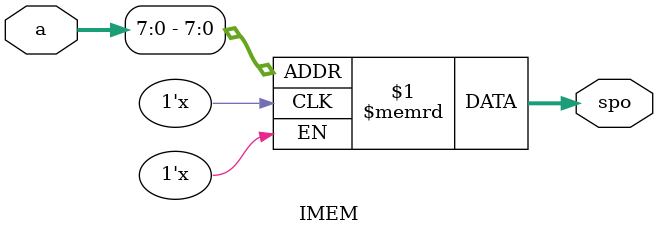
<source format=v>
module IMEM (
    input wire[29:0] a,

    output wire[31:0] spo
);

    reg[31:0] inst_array[0:255];

    assign spo = inst_array[a[7:0]];
    
endmodule
</source>
